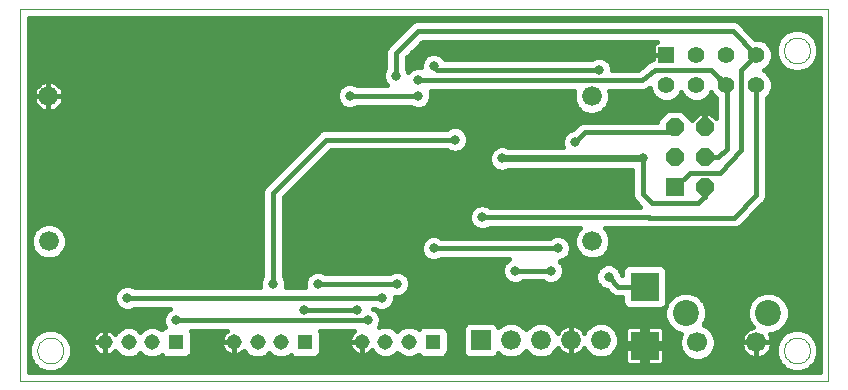
<source format=gbl>
G75*
G70*
%OFA0B0*%
%FSLAX24Y24*%
%IPPOS*%
%LPD*%
%AMOC8*
5,1,8,0,0,1.08239X$1,22.5*
%
%ADD10C,0.0000*%
%ADD11R,0.0660X0.0660*%
%ADD12C,0.0660*%
%ADD13OC8,0.0600*%
%ADD14R,0.0600X0.0600*%
%ADD15R,0.0554X0.0554*%
%ADD16C,0.0554*%
%ADD17R,0.0515X0.0515*%
%ADD18C,0.0515*%
%ADD19C,0.0866*%
%ADD20C,0.0669*%
%ADD21R,0.0945X0.0945*%
%ADD22C,0.0160*%
%ADD23C,0.0317*%
%ADD24C,0.0240*%
D10*
X001633Y001315D02*
X001633Y013697D01*
X028557Y013697D01*
X028557Y001315D01*
X001633Y001315D01*
X002204Y002322D02*
X002206Y002363D01*
X002212Y002404D01*
X002222Y002444D01*
X002235Y002483D01*
X002252Y002520D01*
X002273Y002556D01*
X002297Y002590D01*
X002324Y002621D01*
X002353Y002649D01*
X002386Y002675D01*
X002420Y002697D01*
X002457Y002716D01*
X002495Y002731D01*
X002535Y002743D01*
X002575Y002751D01*
X002616Y002755D01*
X002658Y002755D01*
X002699Y002751D01*
X002739Y002743D01*
X002779Y002731D01*
X002817Y002716D01*
X002853Y002697D01*
X002888Y002675D01*
X002921Y002649D01*
X002950Y002621D01*
X002977Y002590D01*
X003001Y002556D01*
X003022Y002520D01*
X003039Y002483D01*
X003052Y002444D01*
X003062Y002404D01*
X003068Y002363D01*
X003070Y002322D01*
X003068Y002281D01*
X003062Y002240D01*
X003052Y002200D01*
X003039Y002161D01*
X003022Y002124D01*
X003001Y002088D01*
X002977Y002054D01*
X002950Y002023D01*
X002921Y001995D01*
X002888Y001969D01*
X002854Y001947D01*
X002817Y001928D01*
X002779Y001913D01*
X002739Y001901D01*
X002699Y001893D01*
X002658Y001889D01*
X002616Y001889D01*
X002575Y001893D01*
X002535Y001901D01*
X002495Y001913D01*
X002457Y001928D01*
X002421Y001947D01*
X002386Y001969D01*
X002353Y001995D01*
X002324Y002023D01*
X002297Y002054D01*
X002273Y002088D01*
X002252Y002124D01*
X002235Y002161D01*
X002222Y002200D01*
X002212Y002240D01*
X002206Y002281D01*
X002204Y002322D01*
X027094Y002322D02*
X027096Y002363D01*
X027102Y002404D01*
X027112Y002444D01*
X027125Y002483D01*
X027142Y002520D01*
X027163Y002556D01*
X027187Y002590D01*
X027214Y002621D01*
X027243Y002649D01*
X027276Y002675D01*
X027310Y002697D01*
X027347Y002716D01*
X027385Y002731D01*
X027425Y002743D01*
X027465Y002751D01*
X027506Y002755D01*
X027548Y002755D01*
X027589Y002751D01*
X027629Y002743D01*
X027669Y002731D01*
X027707Y002716D01*
X027743Y002697D01*
X027778Y002675D01*
X027811Y002649D01*
X027840Y002621D01*
X027867Y002590D01*
X027891Y002556D01*
X027912Y002520D01*
X027929Y002483D01*
X027942Y002444D01*
X027952Y002404D01*
X027958Y002363D01*
X027960Y002322D01*
X027958Y002281D01*
X027952Y002240D01*
X027942Y002200D01*
X027929Y002161D01*
X027912Y002124D01*
X027891Y002088D01*
X027867Y002054D01*
X027840Y002023D01*
X027811Y001995D01*
X027778Y001969D01*
X027744Y001947D01*
X027707Y001928D01*
X027669Y001913D01*
X027629Y001901D01*
X027589Y001893D01*
X027548Y001889D01*
X027506Y001889D01*
X027465Y001893D01*
X027425Y001901D01*
X027385Y001913D01*
X027347Y001928D01*
X027311Y001947D01*
X027276Y001969D01*
X027243Y001995D01*
X027214Y002023D01*
X027187Y002054D01*
X027163Y002088D01*
X027142Y002124D01*
X027125Y002161D01*
X027112Y002200D01*
X027102Y002240D01*
X027096Y002281D01*
X027094Y002322D01*
X027094Y012322D02*
X027096Y012363D01*
X027102Y012404D01*
X027112Y012444D01*
X027125Y012483D01*
X027142Y012520D01*
X027163Y012556D01*
X027187Y012590D01*
X027214Y012621D01*
X027243Y012649D01*
X027276Y012675D01*
X027310Y012697D01*
X027347Y012716D01*
X027385Y012731D01*
X027425Y012743D01*
X027465Y012751D01*
X027506Y012755D01*
X027548Y012755D01*
X027589Y012751D01*
X027629Y012743D01*
X027669Y012731D01*
X027707Y012716D01*
X027743Y012697D01*
X027778Y012675D01*
X027811Y012649D01*
X027840Y012621D01*
X027867Y012590D01*
X027891Y012556D01*
X027912Y012520D01*
X027929Y012483D01*
X027942Y012444D01*
X027952Y012404D01*
X027958Y012363D01*
X027960Y012322D01*
X027958Y012281D01*
X027952Y012240D01*
X027942Y012200D01*
X027929Y012161D01*
X027912Y012124D01*
X027891Y012088D01*
X027867Y012054D01*
X027840Y012023D01*
X027811Y011995D01*
X027778Y011969D01*
X027744Y011947D01*
X027707Y011928D01*
X027669Y011913D01*
X027629Y011901D01*
X027589Y011893D01*
X027548Y011889D01*
X027506Y011889D01*
X027465Y011893D01*
X027425Y011901D01*
X027385Y011913D01*
X027347Y011928D01*
X027311Y011947D01*
X027276Y011969D01*
X027243Y011995D01*
X027214Y012023D01*
X027187Y012054D01*
X027163Y012088D01*
X027142Y012124D01*
X027125Y012161D01*
X027112Y012200D01*
X027102Y012240D01*
X027096Y012281D01*
X027094Y012322D01*
D11*
X016990Y002667D03*
D12*
X017990Y002667D03*
X018990Y002667D03*
X019990Y002667D03*
X020990Y002667D03*
X020700Y005966D03*
X020685Y010791D03*
X002575Y010791D03*
X002590Y005966D03*
D13*
X023443Y008772D03*
X024443Y008772D03*
X024443Y009772D03*
X023443Y009772D03*
X024443Y007772D03*
D14*
X023443Y007772D03*
D15*
X023169Y012166D03*
D16*
X024169Y012166D03*
X025169Y012166D03*
X026169Y012166D03*
X026169Y011166D03*
X025169Y011166D03*
X024169Y011166D03*
X023169Y011166D03*
D17*
X015383Y002611D03*
X011119Y002604D03*
X006821Y002593D03*
D18*
X006034Y002593D03*
X005246Y002593D03*
X004459Y002593D03*
X008756Y002604D03*
X009544Y002604D03*
X010331Y002604D03*
X013021Y002611D03*
X013808Y002611D03*
X014596Y002611D03*
D19*
X023814Y003573D03*
X026570Y003573D03*
D20*
X026176Y002589D03*
X024208Y002589D03*
D21*
X022448Y002486D03*
X022448Y004455D03*
D22*
X021574Y004455D01*
X021243Y004786D01*
X021639Y004967D02*
X021698Y004967D01*
X021698Y004982D02*
X021698Y004836D01*
X021678Y004856D01*
X021678Y004873D01*
X021612Y005033D01*
X021490Y005155D01*
X021330Y005222D01*
X021156Y005222D01*
X020996Y005155D01*
X020874Y005033D01*
X020808Y004873D01*
X020808Y004700D01*
X020874Y004540D01*
X020996Y004417D01*
X021156Y004351D01*
X021174Y004351D01*
X021372Y004152D01*
X021504Y004098D01*
X021698Y004098D01*
X021698Y003927D01*
X021741Y003826D01*
X021818Y003748D01*
X021920Y003706D01*
X022975Y003706D01*
X023077Y003748D01*
X023147Y003817D01*
X023104Y003714D01*
X023104Y003432D01*
X023212Y003171D01*
X023412Y002971D01*
X023661Y002868D01*
X023596Y002710D01*
X023596Y002467D01*
X023689Y002242D01*
X023861Y002070D01*
X024086Y001977D01*
X024329Y001977D01*
X024554Y002070D01*
X024726Y002242D01*
X024819Y002467D01*
X024819Y002710D01*
X024726Y002935D01*
X024554Y003107D01*
X024411Y003166D01*
X024416Y003171D01*
X024524Y003432D01*
X024524Y003714D01*
X024416Y003975D01*
X024216Y004175D01*
X023955Y004283D01*
X023673Y004283D01*
X023412Y004175D01*
X023212Y003975D01*
X023197Y003939D01*
X023197Y004982D01*
X023155Y005084D01*
X023077Y005162D01*
X022975Y005204D01*
X021920Y005204D01*
X021818Y005162D01*
X021741Y005084D01*
X021698Y004982D01*
X021782Y005126D02*
X021519Y005126D01*
X020967Y005126D02*
X019726Y005126D01*
X019749Y005070D02*
X019683Y005230D01*
X019617Y005296D01*
X019637Y005296D01*
X019797Y005362D01*
X019919Y005485D01*
X019985Y005645D01*
X019985Y005818D01*
X019919Y005978D01*
X019797Y006100D01*
X019637Y006166D01*
X019463Y006166D01*
X019304Y006100D01*
X019291Y006088D01*
X015675Y006088D01*
X015663Y006100D01*
X015503Y006166D01*
X015330Y006166D01*
X015170Y006100D01*
X015047Y005978D01*
X014981Y005818D01*
X014981Y005645D01*
X015047Y005485D01*
X015170Y005362D01*
X015330Y005296D01*
X015503Y005296D01*
X015663Y005362D01*
X015675Y005374D01*
X017940Y005374D01*
X017886Y005352D01*
X017764Y005230D01*
X017697Y005070D01*
X017697Y004897D01*
X017764Y004737D01*
X017886Y004614D01*
X018046Y004548D01*
X018219Y004548D01*
X018379Y004614D01*
X018391Y004626D01*
X019055Y004626D01*
X019067Y004614D01*
X019227Y004548D01*
X019400Y004548D01*
X019560Y004614D01*
X019683Y004737D01*
X019749Y004897D01*
X019749Y005070D01*
X019749Y004967D02*
X020847Y004967D01*
X020808Y004809D02*
X019713Y004809D01*
X019597Y004650D02*
X020828Y004650D01*
X020922Y004492D02*
X014631Y004492D01*
X014631Y004463D02*
X014631Y004637D01*
X014565Y004797D01*
X014442Y004919D01*
X014282Y004985D01*
X014109Y004985D01*
X013949Y004919D01*
X013937Y004907D01*
X011817Y004907D01*
X011805Y004919D01*
X011645Y004985D01*
X011471Y004985D01*
X011311Y004919D01*
X011189Y004797D01*
X011123Y004637D01*
X011123Y004463D01*
X011135Y004434D01*
X010485Y004434D01*
X010497Y004463D01*
X010497Y004637D01*
X010431Y004797D01*
X010419Y004809D01*
X011201Y004809D01*
X011128Y004650D02*
X010492Y004650D01*
X010497Y004492D02*
X011123Y004492D01*
X011558Y004550D02*
X014196Y004550D01*
X014577Y004333D02*
X021191Y004333D01*
X021350Y004175D02*
X014427Y004175D01*
X014442Y004181D02*
X014565Y004304D01*
X014631Y004463D01*
X014625Y004650D02*
X017850Y004650D01*
X017734Y004809D02*
X014553Y004809D01*
X014326Y004967D02*
X017697Y004967D01*
X017721Y005126D02*
X010419Y005126D01*
X010419Y005284D02*
X017818Y005284D01*
X018133Y004983D02*
X019314Y004983D01*
X019628Y005284D02*
X028280Y005284D01*
X028280Y005126D02*
X023113Y005126D01*
X023197Y004967D02*
X028280Y004967D01*
X028280Y004809D02*
X023197Y004809D01*
X023197Y004650D02*
X028280Y004650D01*
X028280Y004492D02*
X023197Y004492D01*
X023197Y004333D02*
X028280Y004333D01*
X028280Y004175D02*
X026972Y004175D01*
X026711Y004283D01*
X026429Y004283D01*
X026168Y004175D01*
X025968Y003975D01*
X025860Y003714D01*
X025860Y003432D01*
X025968Y003171D01*
X026050Y003089D01*
X025979Y003066D01*
X025906Y003029D01*
X025841Y002981D01*
X025784Y002924D01*
X025736Y002858D01*
X025699Y002786D01*
X025674Y002709D01*
X025661Y002629D01*
X025661Y002589D01*
X026176Y002589D01*
X026176Y002589D01*
X026691Y002589D01*
X026691Y002629D01*
X026678Y002709D01*
X026653Y002786D01*
X026616Y002858D01*
X026613Y002863D01*
X026711Y002863D01*
X026972Y002971D01*
X027172Y003171D01*
X027280Y003432D01*
X027280Y003714D01*
X027172Y003975D01*
X026972Y004175D01*
X027130Y004016D02*
X028280Y004016D01*
X028280Y003858D02*
X027220Y003858D01*
X027280Y003699D02*
X028280Y003699D01*
X028280Y003541D02*
X027280Y003541D01*
X027259Y003382D02*
X028280Y003382D01*
X028280Y003224D02*
X027194Y003224D01*
X027066Y003065D02*
X028280Y003065D01*
X028280Y002907D02*
X027946Y002907D01*
X027929Y002924D02*
X027668Y003032D01*
X027386Y003032D01*
X027125Y002924D01*
X026925Y002724D01*
X026817Y002463D01*
X026817Y002181D01*
X026925Y001920D01*
X027125Y001720D01*
X027386Y001612D01*
X027668Y001612D01*
X027929Y001720D01*
X028129Y001920D01*
X028237Y002181D01*
X028237Y002463D01*
X028129Y002724D01*
X027929Y002924D01*
X028105Y002748D02*
X028280Y002748D01*
X028280Y002590D02*
X028185Y002590D01*
X028237Y002431D02*
X028280Y002431D01*
X028280Y002273D02*
X028237Y002273D01*
X028210Y002114D02*
X028280Y002114D01*
X028280Y001956D02*
X028144Y001956D01*
X028007Y001797D02*
X028280Y001797D01*
X028280Y001639D02*
X027733Y001639D01*
X027321Y001639D02*
X002843Y001639D01*
X002778Y001612D02*
X002495Y001612D01*
X002235Y001720D01*
X002035Y001920D01*
X001927Y002181D01*
X001927Y002463D01*
X002035Y002724D01*
X002235Y002924D01*
X002495Y003032D01*
X002778Y003032D01*
X003039Y002924D01*
X003239Y002724D01*
X003347Y002463D01*
X003347Y002181D01*
X003239Y001920D01*
X003039Y001720D01*
X002778Y001612D01*
X002430Y001639D02*
X001910Y001639D01*
X001910Y001592D02*
X001910Y013420D01*
X028280Y013420D01*
X028280Y001592D01*
X001910Y001592D01*
X001910Y001797D02*
X002157Y001797D01*
X002020Y001956D02*
X001910Y001956D01*
X001910Y002114D02*
X001954Y002114D01*
X001927Y002273D02*
X001910Y002273D01*
X001910Y002431D02*
X001927Y002431D01*
X001910Y002590D02*
X001979Y002590D01*
X001910Y002748D02*
X002059Y002748D01*
X001910Y002907D02*
X002218Y002907D01*
X001910Y003065D02*
X004990Y003065D01*
X004943Y003046D02*
X004793Y002896D01*
X004788Y002883D01*
X004744Y002927D01*
X004688Y002967D01*
X004627Y002998D01*
X004561Y003020D01*
X004493Y003030D01*
X004459Y003030D01*
X004459Y002593D01*
X004459Y002156D01*
X004493Y002156D01*
X004561Y002166D01*
X004627Y002188D01*
X004688Y002219D01*
X004744Y002259D01*
X004788Y002303D01*
X004793Y002290D01*
X004943Y002140D01*
X005140Y002059D01*
X005352Y002059D01*
X005549Y002140D01*
X005640Y002231D01*
X005731Y002140D01*
X005927Y002059D01*
X006140Y002059D01*
X006336Y002140D01*
X006352Y002156D01*
X006407Y002101D01*
X006508Y002059D01*
X007133Y002059D01*
X007235Y002101D01*
X007313Y002179D01*
X007355Y002280D01*
X007355Y002906D01*
X007327Y002973D01*
X008520Y002973D01*
X008471Y002937D01*
X008423Y002889D01*
X008382Y002833D01*
X008351Y002772D01*
X008330Y002706D01*
X008319Y002638D01*
X008319Y002604D01*
X008756Y002604D01*
X008756Y002604D01*
X008319Y002604D01*
X008319Y002569D01*
X008330Y002501D01*
X008351Y002436D01*
X008382Y002374D01*
X008423Y002319D01*
X008471Y002270D01*
X008527Y002229D01*
X008588Y002198D01*
X008654Y002177D01*
X008722Y002166D01*
X008756Y002166D01*
X008756Y002604D01*
X008756Y002604D01*
X008756Y002166D01*
X008791Y002166D01*
X008859Y002177D01*
X008924Y002198D01*
X008986Y002229D01*
X009041Y002270D01*
X009085Y002314D01*
X009091Y002301D01*
X009241Y002151D01*
X009437Y002069D01*
X009650Y002069D01*
X009846Y002151D01*
X009937Y002242D01*
X010029Y002151D01*
X010225Y002069D01*
X010437Y002069D01*
X010634Y002151D01*
X010649Y002166D01*
X010704Y002111D01*
X010806Y002069D01*
X011431Y002069D01*
X011533Y002111D01*
X011611Y002189D01*
X011653Y002291D01*
X011653Y002916D01*
X011629Y002973D01*
X012774Y002973D01*
X012736Y002945D01*
X012687Y002896D01*
X012647Y002841D01*
X012616Y002779D01*
X012594Y002714D01*
X012583Y002646D01*
X012583Y002612D01*
X013021Y002612D01*
X013021Y002611D01*
X013021Y002174D01*
X013055Y002174D01*
X013123Y002185D01*
X013189Y002206D01*
X013250Y002237D01*
X013306Y002278D01*
X013350Y002322D01*
X013355Y002309D01*
X013506Y002159D01*
X013702Y002077D01*
X013915Y002077D01*
X014111Y002159D01*
X014202Y002250D01*
X014293Y002159D01*
X014489Y002077D01*
X014702Y002077D01*
X014898Y002159D01*
X014914Y002174D01*
X014969Y002119D01*
X015071Y002077D01*
X015696Y002077D01*
X015797Y002119D01*
X015875Y002197D01*
X015917Y002299D01*
X015917Y002924D01*
X015875Y003026D01*
X015797Y003104D01*
X015696Y003146D01*
X015071Y003146D01*
X014969Y003104D01*
X014914Y003049D01*
X014898Y003064D01*
X014702Y003146D01*
X014489Y003146D01*
X014293Y003064D01*
X014202Y002973D01*
X014111Y003064D01*
X013915Y003146D01*
X013702Y003146D01*
X013587Y003098D01*
X013647Y003243D01*
X013647Y003416D01*
X013581Y003576D01*
X013458Y003699D01*
X013405Y003721D01*
X013425Y003721D01*
X013437Y003709D01*
X013597Y003642D01*
X013771Y003642D01*
X013931Y003709D01*
X014053Y003831D01*
X014119Y003991D01*
X014119Y004115D01*
X014282Y004115D01*
X014442Y004181D01*
X014119Y004016D02*
X021698Y004016D01*
X021727Y003858D02*
X014064Y003858D01*
X013908Y003699D02*
X023104Y003699D01*
X023104Y003541D02*
X013595Y003541D01*
X013647Y003382D02*
X023124Y003382D01*
X023190Y003224D02*
X021233Y003224D01*
X021334Y003182D02*
X021111Y003274D01*
X020870Y003274D01*
X020646Y003182D01*
X020476Y003011D01*
X020436Y002916D01*
X020426Y002935D01*
X020379Y003000D01*
X020322Y003056D01*
X020258Y003104D01*
X020186Y003140D01*
X020110Y003165D01*
X020030Y003177D01*
X019990Y003177D01*
X019950Y003177D01*
X019871Y003165D01*
X019794Y003140D01*
X019723Y003104D01*
X019658Y003056D01*
X019601Y003000D01*
X019554Y002935D01*
X019544Y002916D01*
X019505Y003011D01*
X019334Y003182D01*
X019111Y003274D01*
X018870Y003274D01*
X018646Y003182D01*
X018490Y003026D01*
X018334Y003182D01*
X018111Y003274D01*
X017870Y003274D01*
X017646Y003182D01*
X017574Y003109D01*
X017555Y003154D01*
X017477Y003232D01*
X017375Y003274D01*
X016605Y003274D01*
X016503Y003232D01*
X016426Y003154D01*
X016383Y003052D01*
X016383Y002282D01*
X016426Y002181D01*
X016503Y002103D01*
X016605Y002061D01*
X017375Y002061D01*
X017477Y002103D01*
X017555Y002181D01*
X017574Y002226D01*
X017646Y002153D01*
X017870Y002061D01*
X018111Y002061D01*
X018334Y002153D01*
X018490Y002309D01*
X018646Y002153D01*
X018870Y002061D01*
X019111Y002061D01*
X019334Y002153D01*
X019505Y002324D01*
X019544Y002419D01*
X019554Y002400D01*
X019601Y002335D01*
X019658Y002278D01*
X019723Y002231D01*
X019794Y002195D01*
X019871Y002170D01*
X019950Y002157D01*
X019990Y002157D01*
X019990Y002667D01*
X019990Y002667D01*
X019990Y002157D01*
X020030Y002157D01*
X020110Y002170D01*
X020186Y002195D01*
X020258Y002231D01*
X020322Y002278D01*
X020379Y002335D01*
X020426Y002400D01*
X020436Y002419D01*
X020476Y002324D01*
X020646Y002153D01*
X020870Y002061D01*
X021111Y002061D01*
X021334Y002153D01*
X021505Y002324D01*
X021597Y002547D01*
X021597Y002788D01*
X021505Y003011D01*
X021334Y003182D01*
X021451Y003065D02*
X021829Y003065D01*
X021831Y003069D02*
X021808Y003028D01*
X021795Y002982D01*
X021795Y002566D01*
X022368Y002566D01*
X022368Y002406D01*
X022528Y002406D01*
X022528Y002566D01*
X023100Y002566D01*
X023100Y002982D01*
X023088Y003028D01*
X023064Y003069D01*
X023031Y003103D01*
X022990Y003126D01*
X022944Y003139D01*
X022528Y003139D01*
X022528Y002566D01*
X022368Y002566D01*
X022368Y003139D01*
X021952Y003139D01*
X021906Y003126D01*
X021865Y003103D01*
X021831Y003069D01*
X021795Y002907D02*
X021548Y002907D01*
X021597Y002748D02*
X021795Y002748D01*
X021795Y002590D02*
X021597Y002590D01*
X021549Y002431D02*
X022368Y002431D01*
X022368Y002406D02*
X021795Y002406D01*
X021795Y001990D01*
X021808Y001944D01*
X021831Y001903D01*
X021865Y001870D01*
X021906Y001846D01*
X021952Y001834D01*
X022368Y001834D01*
X022368Y002406D01*
X022368Y002273D02*
X022528Y002273D01*
X022528Y002406D02*
X022528Y001834D01*
X022944Y001834D01*
X022990Y001846D01*
X023031Y001870D01*
X023064Y001903D01*
X023088Y001944D01*
X023100Y001990D01*
X023100Y002406D01*
X022528Y002406D01*
X022528Y002431D02*
X023611Y002431D01*
X023596Y002590D02*
X023100Y002590D01*
X023100Y002748D02*
X023612Y002748D01*
X023567Y002907D02*
X023100Y002907D01*
X023067Y003065D02*
X023318Y003065D01*
X022528Y003065D02*
X022368Y003065D01*
X022368Y002907D02*
X022528Y002907D01*
X022528Y002748D02*
X022368Y002748D01*
X022368Y002590D02*
X022528Y002590D01*
X023100Y002273D02*
X023677Y002273D01*
X023817Y002114D02*
X023100Y002114D01*
X023091Y001956D02*
X026910Y001956D01*
X026845Y002114D02*
X026379Y002114D01*
X026374Y002112D02*
X026446Y002148D01*
X026511Y002196D01*
X026569Y002253D01*
X026616Y002319D01*
X026653Y002391D01*
X026678Y002468D01*
X026691Y002548D01*
X026691Y002589D01*
X026176Y002589D01*
X026176Y002589D01*
X025661Y002589D01*
X025661Y002548D01*
X025674Y002468D01*
X025699Y002391D01*
X025736Y002319D01*
X025784Y002253D01*
X025841Y002196D01*
X025906Y002148D01*
X025979Y002112D01*
X026056Y002087D01*
X026136Y002074D01*
X026176Y002074D01*
X026176Y002589D01*
X026176Y002589D01*
X026176Y002074D01*
X026217Y002074D01*
X026297Y002087D01*
X026374Y002112D01*
X026176Y002114D02*
X026176Y002114D01*
X026176Y002273D02*
X026176Y002273D01*
X026176Y002431D02*
X026176Y002431D01*
X026583Y002273D02*
X026817Y002273D01*
X026817Y002431D02*
X026666Y002431D01*
X026691Y002590D02*
X026870Y002590D01*
X026950Y002748D02*
X026665Y002748D01*
X026817Y002907D02*
X027108Y002907D01*
X025978Y003065D02*
X024596Y003065D01*
X024738Y002907D02*
X025771Y002907D01*
X025687Y002748D02*
X024803Y002748D01*
X024819Y002590D02*
X025661Y002590D01*
X025686Y002431D02*
X024804Y002431D01*
X024739Y002273D02*
X025769Y002273D01*
X025974Y002114D02*
X024598Y002114D01*
X024438Y003224D02*
X025946Y003224D01*
X025880Y003382D02*
X024503Y003382D01*
X024524Y003541D02*
X025860Y003541D01*
X025860Y003699D02*
X024524Y003699D01*
X024464Y003858D02*
X025919Y003858D01*
X026009Y004016D02*
X024375Y004016D01*
X024216Y004175D02*
X026168Y004175D01*
X028280Y005443D02*
X021023Y005443D01*
X021044Y005451D02*
X021215Y005622D01*
X021307Y005845D01*
X021307Y006087D01*
X021215Y006310D01*
X021122Y006402D01*
X022502Y006402D01*
X022511Y006398D01*
X025487Y006398D01*
X025618Y006452D01*
X026370Y007204D01*
X026370Y007204D01*
X026421Y007255D01*
X026470Y007304D01*
X026471Y007305D01*
X026498Y007370D01*
X026525Y007436D01*
X026525Y007507D01*
X026525Y007578D01*
X026521Y010735D01*
X026639Y010852D01*
X026723Y011056D01*
X026723Y011276D01*
X026639Y011480D01*
X026483Y011636D01*
X026410Y011666D01*
X026483Y011696D01*
X026639Y011852D01*
X026723Y012056D01*
X026723Y012276D01*
X026639Y012480D01*
X026483Y012636D01*
X026279Y012720D01*
X026137Y012720D01*
X025579Y013278D01*
X025448Y013332D01*
X014833Y013332D01*
X014702Y013278D01*
X013851Y012427D01*
X013797Y012296D01*
X013797Y011736D01*
X013785Y011723D01*
X013719Y011563D01*
X013719Y011390D01*
X013785Y011230D01*
X013849Y011167D01*
X012880Y011167D01*
X012868Y011179D01*
X012708Y011245D01*
X012534Y011245D01*
X012374Y011179D01*
X012252Y011056D01*
X012186Y010897D01*
X012186Y010723D01*
X012252Y010563D01*
X012374Y010441D01*
X012534Y010375D01*
X012708Y010375D01*
X012868Y010441D01*
X012880Y010453D01*
X014646Y010453D01*
X014658Y010441D01*
X014818Y010375D01*
X014991Y010375D01*
X015151Y010441D01*
X015273Y010563D01*
X015340Y010723D01*
X015340Y010897D01*
X015311Y010965D01*
X020100Y010965D01*
X020078Y010912D01*
X020078Y010671D01*
X020171Y010448D01*
X020341Y010277D01*
X020564Y010185D01*
X020806Y010185D01*
X021029Y010277D01*
X021200Y010448D01*
X021292Y010671D01*
X021292Y010912D01*
X021270Y010965D01*
X022328Y010965D01*
X022380Y010960D01*
X022398Y010965D01*
X022416Y010965D01*
X022465Y010985D01*
X022516Y011001D01*
X022531Y011012D01*
X022547Y011019D01*
X022585Y011057D01*
X022615Y011081D01*
X022615Y011056D01*
X022700Y010852D01*
X022855Y010696D01*
X023059Y010612D01*
X023279Y010612D01*
X023483Y010696D01*
X023639Y010852D01*
X023669Y010926D01*
X023700Y010852D01*
X023855Y010696D01*
X024059Y010612D01*
X024279Y010612D01*
X024483Y010696D01*
X024639Y010852D01*
X024669Y010926D01*
X024700Y010852D01*
X024823Y010729D01*
X024823Y010071D01*
X024642Y010252D01*
X024463Y010252D01*
X024463Y009792D01*
X024423Y009792D01*
X024423Y010252D01*
X024244Y010252D01*
X024012Y010019D01*
X023682Y010349D01*
X023204Y010349D01*
X022866Y010011D01*
X022866Y009946D01*
X020385Y009946D01*
X020253Y009892D01*
X020071Y009710D01*
X020054Y009710D01*
X019894Y009643D01*
X019772Y009521D01*
X019705Y009361D01*
X019705Y009188D01*
X019733Y009120D01*
X017879Y009120D01*
X017786Y009159D01*
X017613Y009159D01*
X017453Y009092D01*
X017331Y008970D01*
X017264Y008810D01*
X017264Y008637D01*
X017331Y008477D01*
X017453Y008354D01*
X017613Y008288D01*
X017786Y008288D01*
X017879Y008326D01*
X022028Y008326D01*
X022028Y007471D01*
X022082Y007340D01*
X022307Y007115D01*
X017293Y007115D01*
X017281Y007128D01*
X017121Y007194D01*
X016948Y007194D01*
X016788Y007128D01*
X016665Y007005D01*
X016599Y006845D01*
X016599Y006672D01*
X016665Y006512D01*
X016788Y006389D01*
X016948Y006323D01*
X017121Y006323D01*
X017281Y006389D01*
X017293Y006402D01*
X020278Y006402D01*
X020186Y006310D01*
X020093Y006087D01*
X020093Y005845D01*
X020186Y005622D01*
X020356Y005451D01*
X020579Y005359D01*
X020821Y005359D01*
X021044Y005451D01*
X021194Y005601D02*
X028280Y005601D01*
X028280Y005760D02*
X021272Y005760D01*
X021307Y005918D02*
X028280Y005918D01*
X028280Y006077D02*
X021307Y006077D01*
X021245Y006235D02*
X028280Y006235D01*
X028280Y006394D02*
X021130Y006394D01*
X020270Y006394D02*
X017285Y006394D01*
X016783Y006394D02*
X010419Y006394D01*
X010419Y006552D02*
X016648Y006552D01*
X016599Y006711D02*
X010419Y006711D01*
X010419Y006869D02*
X016609Y006869D01*
X016688Y007028D02*
X010419Y007028D01*
X010419Y007186D02*
X016929Y007186D01*
X017139Y007186D02*
X022236Y007186D01*
X022080Y007345D02*
X010419Y007345D01*
X010419Y007434D02*
X011981Y008996D01*
X015866Y008996D01*
X015878Y008984D01*
X016038Y008918D01*
X016211Y008918D01*
X016371Y008984D01*
X016494Y009107D01*
X016560Y009267D01*
X016560Y009440D01*
X016494Y009600D01*
X016371Y009722D01*
X020084Y009722D01*
X020242Y009881D02*
X001910Y009881D01*
X001910Y010039D02*
X022895Y010039D01*
X023053Y010198D02*
X020838Y010198D01*
X020533Y010198D02*
X001910Y010198D01*
X001910Y010356D02*
X002306Y010356D01*
X002308Y010355D02*
X002379Y010319D01*
X002455Y010294D01*
X002535Y010281D01*
X002575Y010281D01*
X002615Y010281D01*
X002694Y010294D01*
X002771Y010319D01*
X002842Y010355D01*
X002907Y010402D01*
X002964Y010459D01*
X003011Y010524D01*
X003048Y010596D01*
X003072Y010672D01*
X003085Y010751D01*
X003085Y010791D01*
X002575Y010791D01*
X002575Y010281D01*
X002575Y010791D01*
X002575Y010791D01*
X002575Y010791D01*
X002065Y010791D01*
X002065Y010751D01*
X002077Y010672D01*
X002102Y010596D01*
X002139Y010524D01*
X002186Y010459D01*
X002243Y010402D01*
X002308Y010355D01*
X002145Y010515D02*
X001910Y010515D01*
X001910Y010673D02*
X002077Y010673D01*
X002065Y010791D02*
X002575Y010791D01*
X002575Y010791D01*
X003085Y010791D01*
X003085Y010832D01*
X012186Y010832D01*
X012206Y010673D02*
X003073Y010673D01*
X003085Y010832D02*
X003072Y010911D01*
X003048Y010987D01*
X003011Y011059D01*
X002964Y011124D01*
X002907Y011180D01*
X002842Y011228D01*
X002771Y011264D01*
X002694Y011289D01*
X002615Y011301D01*
X002575Y011301D01*
X002575Y010791D01*
X002575Y010791D01*
X002575Y011301D01*
X002535Y011301D01*
X002455Y011289D01*
X002379Y011264D01*
X002308Y011228D01*
X002243Y011180D01*
X002186Y011124D01*
X002139Y011059D01*
X002102Y010987D01*
X002077Y010911D01*
X002065Y010832D01*
X001910Y010832D01*
X002065Y010832D02*
X002065Y010791D01*
X002104Y010990D02*
X001910Y010990D01*
X001910Y011149D02*
X002211Y011149D01*
X001910Y011307D02*
X013753Y011307D01*
X013719Y011466D02*
X001910Y011466D01*
X001910Y011624D02*
X013744Y011624D01*
X013797Y011783D02*
X001910Y011783D01*
X001910Y011941D02*
X013797Y011941D01*
X013797Y012100D02*
X001910Y012100D01*
X001910Y012258D02*
X013797Y012258D01*
X013847Y012417D02*
X001910Y012417D01*
X001910Y012575D02*
X014000Y012575D01*
X014158Y012734D02*
X001910Y012734D01*
X001910Y012892D02*
X014317Y012892D01*
X014475Y013051D02*
X001910Y013051D01*
X001910Y013209D02*
X014634Y013209D01*
X014904Y012975D02*
X014154Y012225D01*
X014154Y011477D01*
X014564Y011624D02*
X014591Y011624D01*
X014572Y011605D02*
X014523Y011723D01*
X014511Y011736D01*
X014511Y012077D01*
X015052Y012618D01*
X022850Y012618D01*
X022823Y012611D01*
X022782Y012587D01*
X022748Y012554D01*
X022724Y012513D01*
X022712Y012467D01*
X022712Y012175D01*
X023161Y012175D01*
X023161Y012158D01*
X022712Y012158D01*
X022712Y012033D01*
X022707Y012033D01*
X022658Y012013D01*
X022607Y011997D01*
X022593Y011986D01*
X022576Y011979D01*
X022539Y011941D01*
X021278Y011941D01*
X021297Y011923D02*
X021175Y012045D01*
X021015Y012111D01*
X020841Y012111D01*
X020681Y012045D01*
X020669Y012033D01*
X015788Y012033D01*
X015785Y012041D01*
X015663Y012163D01*
X015503Y012229D01*
X015330Y012229D01*
X015170Y012163D01*
X015047Y012041D01*
X014981Y011881D01*
X014981Y011757D01*
X014818Y011757D01*
X014658Y011691D01*
X014572Y011605D01*
X014904Y011322D02*
X022345Y011322D01*
X022778Y011676D01*
X024589Y011676D01*
X024668Y011676D01*
X025180Y011164D01*
X025180Y009038D01*
X024898Y008756D01*
X024443Y008772D01*
X023960Y008251D02*
X024963Y008251D01*
X025672Y008999D01*
X025672Y011676D01*
X026164Y012168D01*
X026202Y012166D01*
X026169Y012166D01*
X026164Y012171D01*
X026164Y012188D01*
X025377Y012975D01*
X014904Y012975D01*
X015009Y012575D02*
X022770Y012575D01*
X022712Y012417D02*
X014851Y012417D01*
X014692Y012258D02*
X022712Y012258D01*
X022712Y012100D02*
X021043Y012100D01*
X020813Y012100D02*
X015726Y012100D01*
X015416Y011794D02*
X015534Y011676D01*
X020928Y011676D01*
X021363Y011679D02*
X021363Y011763D01*
X021297Y011923D01*
X021355Y011783D02*
X022345Y011783D01*
X022218Y011679D02*
X021363Y011679D01*
X022218Y011679D02*
X022539Y011941D01*
X022482Y010990D02*
X022642Y010990D01*
X022720Y010832D02*
X021292Y010832D01*
X021292Y010673D02*
X022911Y010673D01*
X023427Y010673D02*
X023911Y010673D01*
X023720Y010832D02*
X023618Y010832D01*
X024427Y010673D02*
X024823Y010673D01*
X024823Y010515D02*
X021227Y010515D01*
X021108Y010356D02*
X024823Y010356D01*
X024823Y010198D02*
X024696Y010198D01*
X024463Y010198D02*
X024423Y010198D01*
X024423Y010039D02*
X024463Y010039D01*
X024463Y009881D02*
X024423Y009881D01*
X024190Y010198D02*
X023833Y010198D01*
X023991Y010039D02*
X024032Y010039D01*
X023455Y009818D02*
X023290Y009589D01*
X020456Y009589D01*
X020141Y009274D01*
X019705Y009247D02*
X016552Y009247D01*
X016475Y009088D02*
X017449Y009088D01*
X017314Y008930D02*
X016240Y008930D01*
X016010Y008930D02*
X011915Y008930D01*
X011756Y008771D02*
X017264Y008771D01*
X017274Y008613D02*
X011598Y008613D01*
X011439Y008454D02*
X017353Y008454D01*
X017594Y008296D02*
X011281Y008296D01*
X011122Y008137D02*
X022028Y008137D01*
X022028Y007979D02*
X010964Y007979D01*
X010805Y007820D02*
X022028Y007820D01*
X022028Y007662D02*
X010647Y007662D01*
X010488Y007503D02*
X022028Y007503D01*
X022385Y007542D02*
X022700Y007227D01*
X024235Y007227D01*
X024432Y007424D01*
X024443Y007452D01*
X024443Y007772D01*
X023960Y008251D02*
X023504Y007795D01*
X023467Y007795D01*
X023443Y007772D01*
X022385Y007542D02*
X022385Y008723D01*
X022028Y008296D02*
X017805Y008296D01*
X016125Y009353D02*
X011834Y009353D01*
X010062Y007582D01*
X010062Y004550D01*
X009639Y004434D02*
X005463Y004434D01*
X005451Y004447D01*
X005291Y004513D01*
X005118Y004513D01*
X004958Y004447D01*
X004835Y004324D01*
X004769Y004164D01*
X004769Y003991D01*
X004835Y003831D01*
X004958Y003709D01*
X005118Y003642D01*
X005291Y003642D01*
X005451Y003709D01*
X005463Y003721D01*
X006641Y003721D01*
X006587Y003699D01*
X006465Y003576D01*
X006398Y003416D01*
X006398Y003243D01*
X006455Y003105D01*
X006407Y003085D01*
X006352Y003030D01*
X006336Y003046D01*
X006140Y003127D01*
X005927Y003127D01*
X005731Y003046D01*
X005640Y002955D01*
X005549Y003046D01*
X005352Y003127D01*
X005140Y003127D01*
X004943Y003046D01*
X004804Y002907D02*
X004764Y002907D01*
X004459Y002907D02*
X004459Y002907D01*
X004459Y003030D02*
X004424Y003030D01*
X004356Y003020D01*
X004291Y002998D01*
X004229Y002967D01*
X004174Y002927D01*
X004125Y002878D01*
X004085Y002822D01*
X004053Y002761D01*
X004032Y002695D01*
X004021Y002627D01*
X004021Y002593D01*
X004459Y002593D01*
X004459Y002593D01*
X004459Y002593D01*
X004459Y002156D01*
X004424Y002156D01*
X004356Y002166D01*
X004291Y002188D01*
X004229Y002219D01*
X004174Y002259D01*
X004125Y002308D01*
X004085Y002364D01*
X004053Y002425D01*
X004032Y002491D01*
X004021Y002559D01*
X004021Y002593D01*
X004459Y002593D01*
X004459Y003030D01*
X004154Y002907D02*
X003056Y002907D01*
X003214Y002748D02*
X004049Y002748D01*
X004021Y002590D02*
X003294Y002590D01*
X003347Y002431D02*
X004051Y002431D01*
X004160Y002273D02*
X003347Y002273D01*
X003319Y002114D02*
X005006Y002114D01*
X004811Y002273D02*
X004757Y002273D01*
X004459Y002273D02*
X004459Y002273D01*
X004459Y002431D02*
X004459Y002431D01*
X004459Y002590D02*
X004459Y002590D01*
X004459Y002593D02*
X004459Y002593D01*
X004459Y002748D02*
X004459Y002748D01*
X005502Y003065D02*
X005777Y003065D01*
X006290Y003065D02*
X006387Y003065D01*
X006406Y003224D02*
X001910Y003224D01*
X001910Y003382D02*
X006398Y003382D01*
X006450Y003541D02*
X001910Y003541D01*
X001910Y003699D02*
X004981Y003699D01*
X004824Y003858D02*
X001910Y003858D01*
X001910Y004016D02*
X004769Y004016D01*
X004773Y004175D02*
X001910Y004175D01*
X001910Y004333D02*
X004844Y004333D01*
X005067Y004492D02*
X001910Y004492D01*
X001910Y004650D02*
X009632Y004650D01*
X009627Y004637D02*
X009627Y004463D01*
X009639Y004434D01*
X009627Y004492D02*
X005342Y004492D01*
X005204Y004078D02*
X013684Y004078D01*
X013460Y003699D02*
X013457Y003699D01*
X012857Y003673D02*
X011097Y003673D01*
X011653Y002907D02*
X012697Y002907D01*
X012605Y002748D02*
X011653Y002748D01*
X011653Y002590D02*
X012583Y002590D01*
X012583Y002577D02*
X012594Y002509D01*
X012616Y002444D01*
X012647Y002382D01*
X012687Y002326D01*
X012736Y002278D01*
X012792Y002237D01*
X012853Y002206D01*
X012919Y002185D01*
X012987Y002174D01*
X013021Y002174D01*
X013021Y002611D01*
X013021Y002611D01*
X012583Y002611D01*
X012583Y002577D01*
X012622Y002431D02*
X011653Y002431D01*
X011645Y002273D02*
X012743Y002273D01*
X013021Y002273D02*
X013021Y002273D01*
X013021Y002431D02*
X013021Y002431D01*
X013021Y002590D02*
X013021Y002590D01*
X013299Y002273D02*
X013391Y002273D01*
X013613Y002114D02*
X011536Y002114D01*
X010701Y002114D02*
X010546Y002114D01*
X010116Y002114D02*
X009759Y002114D01*
X009329Y002114D02*
X007249Y002114D01*
X007352Y002273D02*
X008469Y002273D01*
X008353Y002431D02*
X007355Y002431D01*
X007355Y002590D02*
X008319Y002590D01*
X008343Y002748D02*
X007355Y002748D01*
X007355Y002907D02*
X008441Y002907D01*
X008756Y002590D02*
X008756Y002590D01*
X008756Y002431D02*
X008756Y002431D01*
X008756Y002273D02*
X008756Y002273D01*
X009044Y002273D02*
X009119Y002273D01*
X006834Y003330D02*
X013211Y003330D01*
X013639Y003224D02*
X016495Y003224D01*
X016389Y003065D02*
X015836Y003065D01*
X015917Y002907D02*
X016383Y002907D01*
X016383Y002748D02*
X015917Y002748D01*
X015917Y002590D02*
X016383Y002590D01*
X016383Y002431D02*
X015917Y002431D01*
X015907Y002273D02*
X016387Y002273D01*
X016492Y002114D02*
X015785Y002114D01*
X014981Y002114D02*
X014792Y002114D01*
X014400Y002114D02*
X014004Y002114D01*
X014109Y003065D02*
X014295Y003065D01*
X014897Y003065D02*
X014930Y003065D01*
X017485Y003224D02*
X017748Y003224D01*
X018233Y003224D02*
X018748Y003224D01*
X018530Y003065D02*
X018451Y003065D01*
X019233Y003224D02*
X020748Y003224D01*
X020530Y003065D02*
X020310Y003065D01*
X019990Y003065D02*
X019990Y003065D01*
X019990Y003177D02*
X019990Y002667D01*
X019990Y003177D01*
X019990Y002907D02*
X019990Y002907D01*
X019990Y002748D02*
X019990Y002748D01*
X019990Y002667D02*
X019990Y002667D01*
X019990Y002590D02*
X019990Y002590D01*
X019990Y002431D02*
X019990Y002431D01*
X019990Y002273D02*
X019990Y002273D01*
X020315Y002273D02*
X020527Y002273D01*
X020740Y002114D02*
X019241Y002114D01*
X019454Y002273D02*
X019666Y002273D01*
X018740Y002114D02*
X018241Y002114D01*
X018454Y002273D02*
X018527Y002273D01*
X017740Y002114D02*
X017489Y002114D01*
X019451Y003065D02*
X019670Y003065D01*
X021241Y002114D02*
X021795Y002114D01*
X021804Y001956D02*
X003254Y001956D01*
X003116Y001797D02*
X027048Y001797D01*
X023253Y004016D02*
X023197Y004016D01*
X023197Y004175D02*
X023412Y004175D01*
X020377Y005443D02*
X019877Y005443D01*
X019967Y005601D02*
X020206Y005601D01*
X020129Y005760D02*
X019985Y005760D01*
X019944Y005918D02*
X020093Y005918D01*
X020093Y006077D02*
X019820Y006077D01*
X020155Y006235D02*
X010419Y006235D01*
X010419Y006077D02*
X015146Y006077D01*
X015023Y005918D02*
X010419Y005918D01*
X010419Y005760D02*
X014981Y005760D01*
X014999Y005601D02*
X010419Y005601D01*
X010419Y005443D02*
X015089Y005443D01*
X015412Y005731D02*
X015412Y005731D01*
X019550Y005731D01*
X020694Y005969D02*
X020697Y005966D01*
X020700Y005966D01*
X022578Y006759D02*
X022582Y006755D01*
X025416Y006755D01*
X026168Y007507D01*
X026164Y011125D01*
X026164Y011132D01*
X026169Y011166D01*
X026723Y011149D02*
X028280Y011149D01*
X028280Y011307D02*
X026710Y011307D01*
X026645Y011466D02*
X028280Y011466D01*
X028280Y011624D02*
X027698Y011624D01*
X027668Y011612D02*
X027929Y011720D01*
X028129Y011920D01*
X028237Y012181D01*
X028237Y012463D01*
X028129Y012724D01*
X027929Y012924D01*
X027668Y013032D01*
X027386Y013032D01*
X027125Y012924D01*
X026925Y012724D01*
X026817Y012463D01*
X026817Y012181D01*
X026925Y011920D01*
X027125Y011720D01*
X027386Y011612D01*
X027668Y011612D01*
X027356Y011624D02*
X026495Y011624D01*
X026569Y011783D02*
X027062Y011783D01*
X026916Y011941D02*
X026676Y011941D01*
X026723Y012100D02*
X026851Y012100D01*
X026817Y012258D02*
X026723Y012258D01*
X026665Y012417D02*
X026817Y012417D01*
X026864Y012575D02*
X026544Y012575D01*
X026935Y012734D02*
X026123Y012734D01*
X025965Y012892D02*
X027094Y012892D01*
X027961Y012892D02*
X028280Y012892D01*
X028280Y012734D02*
X028119Y012734D01*
X028191Y012575D02*
X028280Y012575D01*
X028280Y012417D02*
X028237Y012417D01*
X028237Y012258D02*
X028280Y012258D01*
X028280Y012100D02*
X028204Y012100D01*
X028138Y011941D02*
X028280Y011941D01*
X028280Y011783D02*
X027992Y011783D01*
X028280Y010990D02*
X026696Y010990D01*
X026618Y010832D02*
X028280Y010832D01*
X028280Y010673D02*
X026522Y010673D01*
X026522Y010515D02*
X028280Y010515D01*
X028280Y010356D02*
X026522Y010356D01*
X026522Y010198D02*
X028280Y010198D01*
X028280Y010039D02*
X026522Y010039D01*
X026522Y009881D02*
X028280Y009881D01*
X028280Y009722D02*
X026523Y009722D01*
X026523Y009564D02*
X028280Y009564D01*
X028280Y009405D02*
X026523Y009405D01*
X026523Y009247D02*
X028280Y009247D01*
X028280Y009088D02*
X026523Y009088D01*
X026523Y008930D02*
X028280Y008930D01*
X028280Y008771D02*
X026524Y008771D01*
X026524Y008613D02*
X028280Y008613D01*
X028280Y008454D02*
X026524Y008454D01*
X026524Y008296D02*
X028280Y008296D01*
X028280Y008137D02*
X026524Y008137D01*
X026524Y007979D02*
X028280Y007979D01*
X028280Y007820D02*
X026524Y007820D01*
X026525Y007662D02*
X028280Y007662D01*
X028280Y007503D02*
X026525Y007503D01*
X026525Y007436D02*
X026525Y007436D01*
X026525Y007436D01*
X026487Y007345D02*
X028280Y007345D01*
X028280Y007186D02*
X026352Y007186D01*
X026471Y007305D02*
X026471Y007305D01*
X026525Y007578D02*
X026525Y007578D01*
X026194Y007028D02*
X028280Y007028D01*
X028280Y006869D02*
X026035Y006869D01*
X025877Y006711D02*
X028280Y006711D01*
X028280Y006552D02*
X025718Y006552D01*
X022578Y006759D02*
X017034Y006759D01*
X015414Y005733D02*
X015412Y005731D01*
X014065Y004967D02*
X011688Y004967D01*
X011428Y004967D02*
X010419Y004967D01*
X010419Y004809D02*
X010419Y007434D01*
X009705Y007503D02*
X001910Y007503D01*
X001910Y007662D02*
X009709Y007662D01*
X009705Y007653D02*
X009705Y004809D01*
X009693Y004797D01*
X009627Y004637D01*
X009705Y004809D02*
X001910Y004809D01*
X001910Y004967D02*
X009705Y004967D01*
X009705Y005126D02*
X001910Y005126D01*
X001910Y005284D02*
X009705Y005284D01*
X009705Y005443D02*
X002913Y005443D01*
X002934Y005451D02*
X003104Y005622D01*
X003197Y005845D01*
X003197Y006087D01*
X003104Y006310D01*
X002934Y006480D01*
X002711Y006573D01*
X002469Y006573D01*
X002246Y006480D01*
X002075Y006310D01*
X001983Y006087D01*
X001983Y005845D01*
X002075Y005622D01*
X002246Y005451D01*
X002469Y005359D01*
X002711Y005359D01*
X002934Y005451D01*
X003083Y005601D02*
X009705Y005601D01*
X009705Y005760D02*
X003161Y005760D01*
X003197Y005918D02*
X009705Y005918D01*
X009705Y006077D02*
X003197Y006077D01*
X003135Y006235D02*
X009705Y006235D01*
X009705Y006394D02*
X003020Y006394D01*
X002760Y006552D02*
X009705Y006552D01*
X009705Y006711D02*
X001910Y006711D01*
X001910Y006869D02*
X009705Y006869D01*
X009705Y007028D02*
X001910Y007028D01*
X001910Y007186D02*
X009705Y007186D01*
X009705Y007345D02*
X001910Y007345D01*
X001910Y007820D02*
X009796Y007820D01*
X009759Y007784D02*
X009705Y007653D01*
X009759Y007784D02*
X011531Y009555D01*
X011631Y009656D01*
X011763Y009710D01*
X015866Y009710D01*
X015878Y009722D01*
X016038Y009789D01*
X016211Y009789D01*
X016371Y009722D01*
X016509Y009564D02*
X019814Y009564D01*
X019724Y009405D02*
X016560Y009405D01*
X015878Y009722D02*
X001910Y009722D01*
X001910Y009564D02*
X011539Y009564D01*
X011381Y009405D02*
X001910Y009405D01*
X001910Y009247D02*
X011222Y009247D01*
X011064Y009088D02*
X001910Y009088D01*
X001910Y008930D02*
X010905Y008930D01*
X010747Y008771D02*
X001910Y008771D01*
X001910Y008613D02*
X010588Y008613D01*
X010430Y008454D02*
X001910Y008454D01*
X001910Y008296D02*
X010271Y008296D01*
X010113Y008137D02*
X001910Y008137D01*
X001910Y007979D02*
X009954Y007979D01*
X012301Y010515D02*
X003004Y010515D01*
X002844Y010356D02*
X020262Y010356D01*
X020143Y010515D02*
X015225Y010515D01*
X015319Y010673D02*
X020078Y010673D01*
X020078Y010832D02*
X015340Y010832D01*
X014904Y010810D02*
X012621Y010810D01*
X012224Y010990D02*
X003046Y010990D01*
X002939Y011149D02*
X012344Y011149D01*
X014511Y011783D02*
X014981Y011783D01*
X015006Y011941D02*
X014511Y011941D01*
X014534Y012100D02*
X015106Y012100D01*
X023443Y009772D02*
X023455Y009818D01*
X024618Y010832D02*
X024720Y010832D01*
X025169Y011154D02*
X024668Y011676D01*
X025169Y011166D02*
X025169Y011154D01*
X026164Y012168D02*
X026184Y012188D01*
X025806Y013051D02*
X028280Y013051D01*
X028280Y013209D02*
X025648Y013209D01*
X028280Y013368D02*
X001910Y013368D01*
X002575Y011149D02*
X002575Y011149D01*
X002575Y010990D02*
X002575Y010990D01*
X002575Y010832D02*
X002575Y010832D01*
X002575Y010673D02*
X002575Y010673D01*
X002575Y010515D02*
X002575Y010515D01*
X002575Y010356D02*
X002575Y010356D01*
X002420Y006552D02*
X001910Y006552D01*
X001910Y006394D02*
X002160Y006394D01*
X002045Y006235D02*
X001910Y006235D01*
X001910Y006077D02*
X001983Y006077D01*
X001983Y005918D02*
X001910Y005918D01*
X001910Y005760D02*
X002018Y005760D01*
X002096Y005601D02*
X001910Y005601D01*
X001910Y005443D02*
X002267Y005443D01*
X005428Y003699D02*
X006588Y003699D01*
X006393Y002114D02*
X006274Y002114D01*
X005793Y002114D02*
X005487Y002114D01*
X021454Y002273D02*
X021795Y002273D01*
X022368Y002114D02*
X022528Y002114D01*
X022528Y001956D02*
X022368Y001956D01*
D23*
X021243Y004786D03*
X019550Y005731D03*
X019235Y006282D03*
X017034Y006759D03*
X015416Y005731D03*
X014196Y004550D03*
X013684Y004078D03*
X012857Y003673D03*
X013211Y003330D03*
X011097Y003673D03*
X011558Y004550D03*
X010062Y004550D03*
X006834Y003330D03*
X005204Y004078D03*
X008763Y006322D03*
X011322Y007030D03*
X015259Y008448D03*
X016125Y009353D03*
X017700Y008723D03*
X020141Y009274D03*
X022385Y008723D03*
X017227Y010692D03*
X015416Y011794D03*
X014904Y011322D03*
X014154Y011477D03*
X014904Y010810D03*
X012621Y010810D03*
X020928Y011676D03*
X021715Y011873D03*
X019314Y004983D03*
X018133Y004983D03*
D24*
X017700Y008723D02*
X022385Y008723D01*
M02*

</source>
